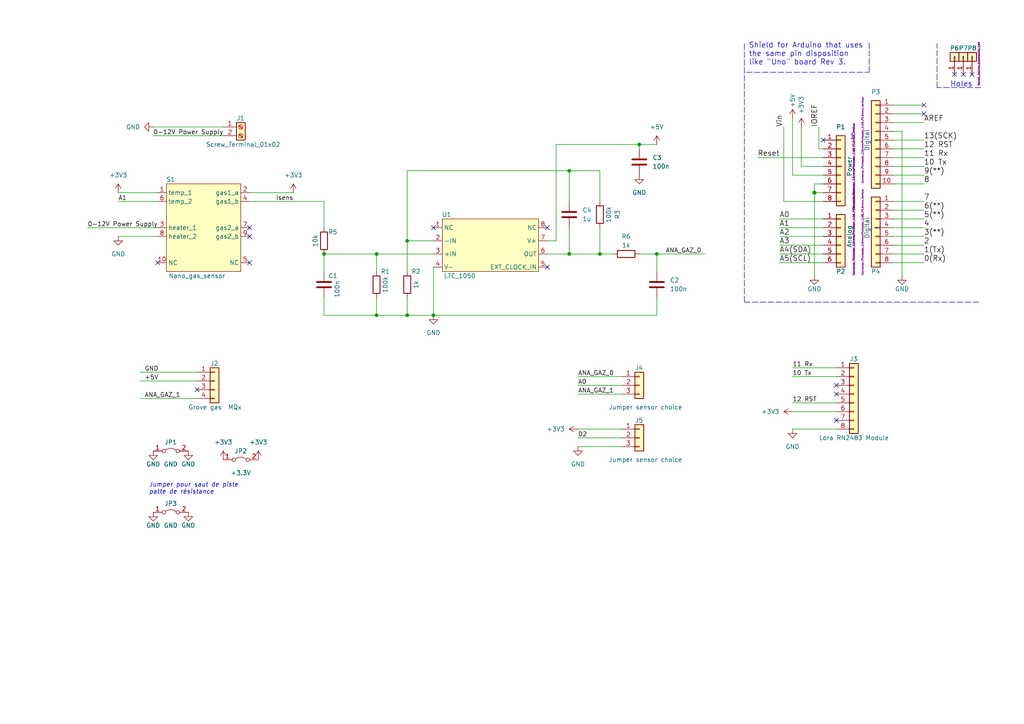
<source format=kicad_sch>
(kicad_sch (version 20210621) (generator eeschema)
  (paper "A4")
  (title_block (title "Shield Gas Sensor Lora Module") (date "01 Janvier 2022") (rev "1.0") (comment 1 "SAILLARD - GRAU") (comment 2 "5ISS 2021-22"))
  (lib_symbols
    (symbol "Connector:Screw_Terminal_01x02" (pin_names (offset 1.016) hide)
      (property "Reference" "J" (at 0 2.54 0))
      (property "Value" "Screw_Terminal_01x02" (at 0 -5.08 0))
      (symbol "Screw_Terminal_01x02_1_1"
        (rectangle (start -1.27 1.27) (end 1.27 -3.81) (stroke (width 0.254)) (fill (type background)))
        (circle (center 0 -2.54) (radius 0.635) (stroke (width 0.1524)))
        (polyline (pts (xy -0.5334 -2.2098) (xy 0.3302 -3.048)) (stroke (width 0.1524)))
        (polyline (pts (xy -0.5334 0.3302) (xy 0.3302 -0.508)) (stroke (width 0.1524)))
        (polyline (pts (xy -0.3556 -2.032) (xy 0.508 -2.8702)) (stroke (width 0.1524)))
        (polyline (pts (xy -0.3556 0.508) (xy 0.508 -0.3302)) (stroke (width 0.1524)))
        (circle (center 0 0) (radius 0.635) (stroke (width 0.1524)))
        (pin passive line (at -5.08 0 0) (length 3.81) (name "Pin_1") (number "1"))
        (pin passive line (at -5.08 -2.54 0) (length 3.81) (name "Pin_2") (number "2"))
      )
    )
    (symbol "Connector_Generic:Conn_01x01" (pin_names (offset 1.016) hide)
      (property "Reference" "J" (at 0 2.54 0))
      (property "Value" "Conn_01x01" (at 0 -2.54 0))
      (symbol "Conn_01x01_1_1"
        (rectangle (start -1.27 0.127) (end 0 -0.127) (stroke (width 0.1524)))
        (rectangle (start -1.27 1.27) (end 1.27 -1.27) (stroke (width 0.254)) (fill (type background)))
        (pin passive line (at -5.08 0 0) (length 3.81) (name "Pin_1") (number "1"))
      )
    )
    (symbol "Connector_Generic:Conn_01x03" (pin_names (offset 1.016) hide)
      (property "Reference" "J" (at 0 5.08 0))
      (property "Value" "Conn_01x03" (at 0 -5.08 0))
      (symbol "Conn_01x03_1_1"
        (rectangle (start -1.27 -2.413) (end 0 -2.667) (stroke (width 0.1524)))
        (rectangle (start -1.27 0.127) (end 0 -0.127) (stroke (width 0.1524)))
        (rectangle (start -1.27 2.667) (end 0 2.413) (stroke (width 0.1524)))
        (rectangle (start -1.27 3.81) (end 1.27 -3.81) (stroke (width 0.254)) (fill (type background)))
        (pin passive line (at -5.08 2.54 0) (length 3.81) (name "Pin_1") (number "1"))
        (pin passive line (at -5.08 0 0) (length 3.81) (name "Pin_2") (number "2"))
        (pin passive line (at -5.08 -2.54 0) (length 3.81) (name "Pin_3") (number "3"))
      )
    )
    (symbol "Connector_Generic:Conn_01x04" (pin_names (offset 1.016) hide)
      (property "Reference" "J" (at 0 5.08 0))
      (property "Value" "Conn_01x04" (at 0 -7.62 0))
      (symbol "Conn_01x04_1_1"
        (rectangle (start -1.27 -4.953) (end 0 -5.207) (stroke (width 0.1524)))
        (rectangle (start -1.27 -2.413) (end 0 -2.667) (stroke (width 0.1524)))
        (rectangle (start -1.27 0.127) (end 0 -0.127) (stroke (width 0.1524)))
        (rectangle (start -1.27 2.667) (end 0 2.413) (stroke (width 0.1524)))
        (rectangle (start -1.27 3.81) (end 1.27 -6.35) (stroke (width 0.254)) (fill (type background)))
        (pin passive line (at -5.08 2.54 0) (length 3.81) (name "Pin_1") (number "1"))
        (pin passive line (at -5.08 0 0) (length 3.81) (name "Pin_2") (number "2"))
        (pin passive line (at -5.08 -2.54 0) (length 3.81) (name "Pin_3") (number "3"))
        (pin passive line (at -5.08 -5.08 0) (length 3.81) (name "Pin_4") (number "4"))
      )
    )
    (symbol "Connector_Generic:Conn_01x06" (pin_names (offset 1.016) hide)
      (property "Reference" "J" (at 0 7.62 0))
      (property "Value" "Conn_01x06" (at 0 -10.16 0))
      (symbol "Conn_01x06_1_1"
        (rectangle (start -1.27 -7.493) (end 0 -7.747) (stroke (width 0.1524)))
        (rectangle (start -1.27 -4.953) (end 0 -5.207) (stroke (width 0.1524)))
        (rectangle (start -1.27 -2.413) (end 0 -2.667) (stroke (width 0.1524)))
        (rectangle (start -1.27 0.127) (end 0 -0.127) (stroke (width 0.1524)))
        (rectangle (start -1.27 2.667) (end 0 2.413) (stroke (width 0.1524)))
        (rectangle (start -1.27 5.207) (end 0 4.953) (stroke (width 0.1524)))
        (rectangle (start -1.27 6.35) (end 1.27 -8.89) (stroke (width 0.254)) (fill (type background)))
        (pin passive line (at -5.08 5.08 0) (length 3.81) (name "Pin_1") (number "1"))
        (pin passive line (at -5.08 2.54 0) (length 3.81) (name "Pin_2") (number "2"))
        (pin passive line (at -5.08 0 0) (length 3.81) (name "Pin_3") (number "3"))
        (pin passive line (at -5.08 -2.54 0) (length 3.81) (name "Pin_4") (number "4"))
        (pin passive line (at -5.08 -5.08 0) (length 3.81) (name "Pin_5") (number "5"))
        (pin passive line (at -5.08 -7.62 0) (length 3.81) (name "Pin_6") (number "6"))
      )
    )
    (symbol "Connector_Generic:Conn_01x08" (pin_names (offset 1.016) hide)
      (property "Reference" "J" (at 0 10.16 0))
      (property "Value" "Conn_01x08" (at 0 -12.7 0))
      (symbol "Conn_01x08_1_1"
        (rectangle (start -1.27 -10.033) (end 0 -10.287) (stroke (width 0.1524)))
        (rectangle (start -1.27 -7.493) (end 0 -7.747) (stroke (width 0.1524)))
        (rectangle (start -1.27 -4.953) (end 0 -5.207) (stroke (width 0.1524)))
        (rectangle (start -1.27 -2.413) (end 0 -2.667) (stroke (width 0.1524)))
        (rectangle (start -1.27 0.127) (end 0 -0.127) (stroke (width 0.1524)))
        (rectangle (start -1.27 2.667) (end 0 2.413) (stroke (width 0.1524)))
        (rectangle (start -1.27 5.207) (end 0 4.953) (stroke (width 0.1524)))
        (rectangle (start -1.27 7.747) (end 0 7.493) (stroke (width 0.1524)))
        (rectangle (start -1.27 8.89) (end 1.27 -11.43) (stroke (width 0.254)) (fill (type background)))
        (pin passive line (at -5.08 7.62 0) (length 3.81) (name "Pin_1") (number "1"))
        (pin passive line (at -5.08 5.08 0) (length 3.81) (name "Pin_2") (number "2"))
        (pin passive line (at -5.08 2.54 0) (length 3.81) (name "Pin_3") (number "3"))
        (pin passive line (at -5.08 0 0) (length 3.81) (name "Pin_4") (number "4"))
        (pin passive line (at -5.08 -2.54 0) (length 3.81) (name "Pin_5") (number "5"))
        (pin passive line (at -5.08 -5.08 0) (length 3.81) (name "Pin_6") (number "6"))
        (pin passive line (at -5.08 -7.62 0) (length 3.81) (name "Pin_7") (number "7"))
        (pin passive line (at -5.08 -10.16 0) (length 3.81) (name "Pin_8") (number "8"))
      )
    )
    (symbol "Connector_Generic:Conn_01x10" (pin_names (offset 1.016) hide)
      (property "Reference" "J" (at 0 12.7 0))
      (property "Value" "Conn_01x10" (at 0 -15.24 0))
      (symbol "Conn_01x10_1_1"
        (rectangle (start -1.27 -12.573) (end 0 -12.827) (stroke (width 0.1524)))
        (rectangle (start -1.27 -10.033) (end 0 -10.287) (stroke (width 0.1524)))
        (rectangle (start -1.27 -7.493) (end 0 -7.747) (stroke (width 0.1524)))
        (rectangle (start -1.27 -4.953) (end 0 -5.207) (stroke (width 0.1524)))
        (rectangle (start -1.27 -2.413) (end 0 -2.667) (stroke (width 0.1524)))
        (rectangle (start -1.27 0.127) (end 0 -0.127) (stroke (width 0.1524)))
        (rectangle (start -1.27 2.667) (end 0 2.413) (stroke (width 0.1524)))
        (rectangle (start -1.27 5.207) (end 0 4.953) (stroke (width 0.1524)))
        (rectangle (start -1.27 7.747) (end 0 7.493) (stroke (width 0.1524)))
        (rectangle (start -1.27 10.287) (end 0 10.033) (stroke (width 0.1524)))
        (rectangle (start -1.27 11.43) (end 1.27 -13.97) (stroke (width 0.254)) (fill (type background)))
        (pin passive line (at -5.08 10.16 0) (length 3.81) (name "Pin_1") (number "1"))
        (pin passive line (at -5.08 -12.7 0) (length 3.81) (name "Pin_10") (number "10"))
        (pin passive line (at -5.08 7.62 0) (length 3.81) (name "Pin_2") (number "2"))
        (pin passive line (at -5.08 5.08 0) (length 3.81) (name "Pin_3") (number "3"))
        (pin passive line (at -5.08 2.54 0) (length 3.81) (name "Pin_4") (number "4"))
        (pin passive line (at -5.08 0 0) (length 3.81) (name "Pin_5") (number "5"))
        (pin passive line (at -5.08 -2.54 0) (length 3.81) (name "Pin_6") (number "6"))
        (pin passive line (at -5.08 -5.08 0) (length 3.81) (name "Pin_7") (number "7"))
        (pin passive line (at -5.08 -7.62 0) (length 3.81) (name "Pin_8") (number "8"))
        (pin passive line (at -5.08 -10.16 0) (length 3.81) (name "Pin_9") (number "9"))
      )
    )
    (symbol "Device:C" (pin_numbers hide) (pin_names (offset 0.254))
      (property "Reference" "C" (at 0.635 2.54 0))
      (property "Value" "C" (at 0.635 -2.54 0))
      (symbol "C_0_1"
        (polyline (pts (xy -2.032 -0.762) (xy 2.032 -0.762)) (stroke (width 0.508)))
        (polyline (pts (xy -2.032 0.762) (xy 2.032 0.762)) (stroke (width 0.508)))
      )
      (symbol "C_1_1"
        (pin passive line (at 0 3.81 270) (length 2.794) (name "~") (number "1"))
        (pin passive line (at 0 -3.81 90) (length 2.794) (name "~") (number "2"))
      )
    )
    (symbol "Device:R" (pin_numbers hide) (pin_names (offset 0))
      (property "Reference" "R" (at 2.032 0 90))
      (property "Value" "R" (at 0 0 90))
      (symbol "R_0_1"
        (rectangle (start -1.016 -2.54) (end 1.016 2.54) (stroke (width 0.254)))
      )
      (symbol "R_1_1"
        (pin passive line (at 0 3.81 270) (length 1.27) (name "~") (number "1"))
        (pin passive line (at 0 -3.81 90) (length 1.27) (name "~") (number "2"))
      )
    )
    (symbol "Jumper:Jumper_2_Bridged" (pin_names (offset 0) hide)
      (property "Reference" "JP" (at 0 1.905 0))
      (property "Value" "Jumper_2_Bridged" (at 0 -2.54 0))
      (symbol "Jumper_2_Bridged_0_0"
        (circle (center -2.032 0) (radius 0.508))
        (circle (center 2.032 0) (radius 0.508))
      )
      (symbol "Jumper_2_Bridged_0_1"
        (arc (start 1.524 0.254) (mid 0 0.762) (end -1.524 0.254))
      )
      (symbol "Jumper_2_Bridged_1_1"
        (pin passive line (at -5.08 0 0) (length 2.54) (name "A") (number "1"))
        (pin passive line (at 5.08 0 180) (length 2.54) (name "B") (number "2"))
      )
    )
    (symbol "gas_sensor:LTC_1050"
      (property "Reference" "U" (at 0 1.27 0))
      (property "Value" "LTC_1050" (at 0 -1.27 0))
      (symbol "LTC_1050_0_1"
        (rectangle (start -13.97 -5.08) (end 13.97 -20.32) (stroke (width 0.1524)) (fill (type background)))
        (rectangle (start 10.16 -16.51) (end 10.16 -16.51) (stroke (width 0.1524)))
      )
      (symbol "LTC_1050_1_1"
        (pin passive line (at -16.51 -7.62 0) (length 2.54) (name "NC") (number "1"))
        (pin passive line (at -16.51 -11.43 0) (length 2.54) (name "-IN") (number "2"))
        (pin passive line (at -16.51 -15.24 0) (length 2.54) (name "+IN") (number "3"))
        (pin passive line (at -16.51 -19.05 0) (length 2.54) (name "V-") (number "4"))
        (pin passive line (at 16.51 -19.05 180) (length 2.54) (name "EXT_CLOCK_IN") (number "5"))
        (pin passive line (at 16.51 -15.24 180) (length 2.54) (name "OUT") (number "6"))
        (pin passive line (at 16.51 -11.43 180) (length 2.54) (name "V+") (number "7"))
        (pin passive line (at 16.51 -7.62 180) (length 2.54) (name "NC") (number "8"))
      )
    )
    (symbol "gas_sensor:my_gas_sensor"
      (property "Reference" "S" (at 2.54 8.89 0))
      (property "Value" "my_gas_sensor" (at 2.54 11.43 0))
      (symbol "my_gas_sensor_0_1"
        (rectangle (start -7.62 7.62) (end 13.97 -17.78) (stroke (width 0.1524)) (fill (type background)))
      )
      (symbol "my_gas_sensor_1_1"
        (pin passive line (at -10.16 5.08 0) (length 2.54) (name "temp_1") (number "1"))
        (pin passive line (at -10.16 -15.24 0) (length 2.54) (name "NC") (number "10"))
        (pin passive line (at 16.51 5.08 180) (length 2.54) (name "gas1_a") (number "2"))
        (pin passive line (at -10.16 -5.08 0) (length 2.54) (name "heater_1") (number "3"))
        (pin passive line (at 16.51 2.54 180) (length 2.54) (name "gas1_b") (number "4"))
        (pin passive line (at 16.51 -15.24 180) (length 2.54) (name "NC") (number "5"))
        (pin passive line (at -10.16 2.54 0) (length 2.54) (name "temp_2") (number "6"))
        (pin passive line (at 16.51 -5.08 180) (length 2.54) (name "gas2_a") (number "7"))
        (pin passive line (at -10.16 -7.62 0) (length 2.54) (name "heater_2") (number "8"))
        (pin passive line (at 16.51 -7.62 180) (length 2.54) (name "gas2_b") (number "9"))
      )
    )
    (symbol "power:+3.3V" (power) (pin_names (offset 0))
      (property "Value" "+3.3V" (at 0 3.556 0))
      (symbol "+3.3V_0_1"
        (polyline (pts (xy -0.762 1.27) (xy 0 2.54)))
        (polyline (pts (xy 0 0) (xy 0 2.54)))
        (polyline (pts (xy 0 2.54) (xy 0.762 1.27)))
      )
      (symbol "+3.3V_1_1"
        (pin power_in line (at 0 0 90) (length 0) hide (name "+3V3") (number "1"))
      )
    )
    (symbol "power:+5V" (power) (pin_names (offset 0))
      (property "Value" "+5V" (at 0 3.556 0))
      (symbol "+5V_0_1"
        (polyline (pts (xy -0.762 1.27) (xy 0 2.54)))
        (polyline (pts (xy 0 0) (xy 0 2.54)))
        (polyline (pts (xy 0 2.54) (xy 0.762 1.27)))
      )
      (symbol "+5V_1_1"
        (pin power_in line (at 0 0 90) (length 0) hide (name "+5V") (number "1"))
      )
    )
    (symbol "power:GND" (power) (pin_names (offset 0))
      (property "Value" "GND" (at 0 -3.81 0))
      (symbol "GND_0_1"
        (polyline (pts (xy 0 0) (xy 0 -1.27) (xy 1.27 -1.27) (xy 0 -2.54) (xy -1.27 -1.27) (xy 0 -1.27)))
      )
      (symbol "GND_1_1"
        (pin power_in line (at 0 0 270) (length 0) hide (name "GND") (number "1"))
      )
    )
  )
  (junction (at 109.22 73.66))
  (junction (at 173.99 73.66))
  (junction (at 93.98 73.66))
  (junction (at 125.73 91.44))
  (junction (at 109.22 91.44))
  (junction (at 185.42 41.91))
  (junction (at 118.11 91.44))
  (junction (at 118.11 69.85))
  (junction (at 165.1 73.66))
  (junction (at 190.5 73.66))
  (junction (at 236.22 55.88) (diameter 1.016))
  (junction (at 165.1 49.53))
  (no_connect (at 279.4 21.59))
  (no_connect (at 276.86 21.59))
  (no_connect (at 267.97 30.48))
  (no_connect (at 267.97 33.02))
  (no_connect (at 242.57 121.92))
  (no_connect (at 281.94 21.59))
  (no_connect (at 125.73 66.04))
  (no_connect (at 158.75 66.04))
  (no_connect (at 158.75 77.47))
  (no_connect (at 238.76 40.64))
  (no_connect (at 57.15 113.03))
  (no_connect (at 72.39 68.58))
  (no_connect (at 72.39 76.2))
  (no_connect (at 45.72 76.2))
  (no_connect (at 72.39 66.04))
  (no_connect (at 242.57 114.3))
  (no_connect (at 242.57 111.76))
  (wire (pts (xy 109.22 73.66) (xy 125.73 73.66)))
  (wire (pts (xy 109.22 73.66) (xy 109.22 78.74)))
  (wire (pts (xy 238.76 48.26) (xy 232.41 48.26)))
  (wire (pts (xy 238.76 71.12) (xy 226.06 71.12)))
  (polyline (pts (xy 252.095 20.955) (xy 252.095 12.065)) (stroke (width 0) (type dash)))
  (wire (pts (xy 109.22 86.36) (xy 109.22 91.44)))
  (wire (pts (xy 125.73 77.47) (xy 125.73 91.44)))
  (wire (pts (xy 259.08 63.5) (xy 267.97 63.5)))
  (wire (pts (xy 190.5 78.74) (xy 190.5 73.66)))
  (wire (pts (xy 185.42 73.66) (xy 190.5 73.66)))
  (wire (pts (xy 109.22 91.44) (xy 118.11 91.44)))
  (wire (pts (xy 118.11 91.44) (xy 125.73 91.44)))
  (wire (pts (xy 165.1 66.04) (xy 165.1 73.66)))
  (wire (pts (xy 118.11 86.36) (xy 118.11 91.44)))
  (wire (pts (xy 236.22 53.34) (xy 236.22 55.88)))
  (wire (pts (xy 72.39 55.88) (xy 85.09 55.88)))
  (wire (pts (xy 259.08 43.18) (xy 267.97 43.18)))
  (wire (pts (xy 261.62 38.1) (xy 261.62 80.01)))
  (wire (pts (xy 93.98 58.42) (xy 93.98 66.04)))
  (wire (pts (xy 238.76 53.34) (xy 236.22 53.34)))
  (wire (pts (xy 158.75 73.66) (xy 165.1 73.66)))
  (wire (pts (xy 165.1 73.66) (xy 173.99 73.66)))
  (wire (pts (xy 173.99 73.66) (xy 177.8 73.66)))
  (wire (pts (xy 167.64 111.76) (xy 180.34 111.76)))
  (wire (pts (xy 259.08 53.34) (xy 267.97 53.34)))
  (wire (pts (xy 237.49 43.18) (xy 238.76 43.18)))
  (wire (pts (xy 238.76 50.8) (xy 229.87 50.8)))
  (wire (pts (xy 93.98 73.66) (xy 109.22 73.66)))
  (wire (pts (xy 40.64 115.57) (xy 57.15 115.57)))
  (wire (pts (xy 229.87 109.22) (xy 242.57 109.22)))
  (wire (pts (xy 165.1 49.53) (xy 165.1 58.42)))
  (wire (pts (xy 185.42 41.91) (xy 185.42 43.18)))
  (wire (pts (xy 118.11 78.74) (xy 118.11 69.85)))
  (wire (pts (xy 118.11 69.85) (xy 125.73 69.85)))
  (wire (pts (xy 34.29 55.88) (xy 45.72 55.88)))
  (wire (pts (xy 259.08 40.64) (xy 267.97 40.64)))
  (wire (pts (xy 259.08 58.42) (xy 267.97 58.42)))
  (wire (pts (xy 238.76 66.04) (xy 226.06 66.04)))
  (wire (pts (xy 259.08 30.48) (xy 267.97 30.48)))
  (wire (pts (xy 25.4 66.04) (xy 45.72 66.04)))
  (wire (pts (xy 259.08 71.12) (xy 267.97 71.12)))
  (wire (pts (xy 167.64 114.3) (xy 180.34 114.3)))
  (wire (pts (xy 72.39 58.42) (xy 93.98 58.42)))
  (wire (pts (xy 238.76 58.42) (xy 227.33 58.42)))
  (wire (pts (xy 44.45 39.37) (xy 64.77 39.37)))
  (wire (pts (xy 167.64 127) (xy 180.34 127)))
  (wire (pts (xy 229.87 124.46) (xy 242.57 124.46)))
  (wire (pts (xy 173.99 66.04) (xy 173.99 73.66)))
  (wire (pts (xy 34.29 68.58) (xy 45.72 68.58)))
  (wire (pts (xy 229.87 116.84) (xy 242.57 116.84)))
  (wire (pts (xy 238.76 63.5) (xy 226.06 63.5)))
  (wire (pts (xy 259.08 45.72) (xy 267.97 45.72)))
  (wire (pts (xy 238.76 73.66) (xy 226.06 73.66)))
  (wire (pts (xy 40.64 110.49) (xy 57.15 110.49)))
  (polyline (pts (xy 284.48 25.4) (xy 271.78 25.4)) (stroke (width 0) (type dash)))
  (wire (pts (xy 238.76 45.72) (xy 219.71 45.72)))
  (wire (pts (xy 259.08 38.1) (xy 261.62 38.1)))
  (wire (pts (xy 238.76 55.88) (xy 236.22 55.88)))
  (wire (pts (xy 259.08 50.8) (xy 267.97 50.8)))
  (wire (pts (xy 34.29 58.42) (xy 45.72 58.42)))
  (wire (pts (xy 167.64 124.46) (xy 180.34 124.46)))
  (wire (pts (xy 236.22 55.88) (xy 236.22 80.01)))
  (wire (pts (xy 229.87 106.68) (xy 242.57 106.68)))
  (wire (pts (xy 227.33 58.42) (xy 227.33 36.83)))
  (wire (pts (xy 93.98 73.66) (xy 93.98 78.74)))
  (wire (pts (xy 44.45 36.83) (xy 64.77 36.83)))
  (polyline (pts (xy 215.9 87.63) (xy 284.48 87.63)) (stroke (width 0) (type dash)))
  (wire (pts (xy 259.08 68.58) (xy 267.97 68.58)))
  (wire (pts (xy 238.76 76.2) (xy 226.06 76.2)))
  (wire (pts (xy 259.08 73.66) (xy 267.97 73.66)))
  (polyline (pts (xy 271.78 25.4) (xy 271.78 12.7)) (stroke (width 0) (type dash)))
  (wire (pts (xy 93.98 91.44) (xy 109.22 91.44)))
  (wire (pts (xy 259.08 60.96) (xy 267.97 60.96)))
  (wire (pts (xy 40.64 107.95) (xy 57.15 107.95)))
  (wire (pts (xy 229.87 50.8) (xy 229.87 34.29)))
  (wire (pts (xy 229.87 119.38) (xy 242.57 119.38)))
  (wire (pts (xy 118.11 49.53) (xy 118.11 69.85)))
  (wire (pts (xy 173.99 58.42) (xy 173.99 49.53)))
  (wire (pts (xy 173.99 49.53) (xy 165.1 49.53)))
  (wire (pts (xy 165.1 49.53) (xy 118.11 49.53)))
  (wire (pts (xy 259.08 33.02) (xy 267.97 33.02)))
  (wire (pts (xy 190.5 73.66) (xy 204.47 73.66)))
  (wire (pts (xy 259.08 66.04) (xy 267.97 66.04)))
  (wire (pts (xy 259.08 35.56) (xy 267.97 35.56)))
  (polyline (pts (xy 215.9 12.7) (xy 215.9 87.63)) (stroke (width 0) (type dash)))
  (wire (pts (xy 167.64 129.54) (xy 180.34 129.54)))
  (wire (pts (xy 232.41 48.26) (xy 232.41 36.83)))
  (wire (pts (xy 237.49 36.83) (xy 237.49 43.18)))
  (wire (pts (xy 259.08 76.2) (xy 267.97 76.2)))
  (wire (pts (xy 259.08 48.26) (xy 267.97 48.26)))
  (wire (pts (xy 190.5 91.44) (xy 190.5 86.36)))
  (wire (pts (xy 125.73 91.44) (xy 190.5 91.44)))
  (wire (pts (xy 167.64 109.22) (xy 180.34 109.22)))
  (wire (pts (xy 93.98 91.44) (xy 93.98 86.36)))
  (wire (pts (xy 161.29 41.91) (xy 185.42 41.91)))
  (wire (pts (xy 158.75 69.85) (xy 161.29 69.85)))
  (wire (pts (xy 185.42 41.91) (xy 190.5 41.91)))
  (wire (pts (xy 161.29 69.85) (xy 161.29 41.91)))
  (wire (pts (xy 238.76 68.58) (xy 226.06 68.58)))
  (polyline (pts (xy 216.535 20.955) (xy 252.095 20.955)) (stroke (width 0) (type dash)))
  (text "Jumper pour saut de piste\npatte de résistance\n" (at 43.18 143.51 0) (effects (font (size 1.27 1.27) italic) (justify left bottom)))
  (text "Holes" (at 275.59 25.4 0) (effects (font (size 1.524 1.524)) (justify left bottom)))
  (text "Shield for Arduino that uses\nthe same pin disposition\nlike \"Uno\" board Rev 3." (at 217.17 19.05 0) (effects (font (size 1.524 1.524)) (justify left bottom)))
  (text "1" (at 246.38 40.64 0) (effects (font (size 1.524 1.524)) (justify left bottom)))
  (label "Vin" (at 227.33 36.83 90) (effects (font (size 1.524 1.524))))
  (label "A1" (at 34.29 58.42 0))
  (label "0(Rx)" (at 267.97 76.2 0) (effects (font (size 1.524 1.524))))
  (label "A4(SDA)" (at 226.06 73.66 0) (effects (font (size 1.524 1.524))))
  (label "ANA_GAZ_1" (at 167.64 114.3 0))
  (label "Isens" (at 80.01 58.42 0))
  (label "0-12V Power Supply" (at 44.45 39.37 0))
  (label "4" (at 267.97 66.04 0) (effects (font (size 1.524 1.524))))
  (label "5(**)" (at 267.97 63.5 0) (effects (font (size 1.524 1.524))))
  (label "A2" (at 226.06 68.58 0) (effects (font (size 1.524 1.524))))
  (label "A5(SCL)" (at 226.06 76.2 0) (effects (font (size 1.524 1.524))))
  (label "A0" (at 226.06 63.5 0) (effects (font (size 1.524 1.524))))
  (label "ANA_GAZ_1" (at 41.91 115.57 0))
  (label "A1" (at 226.06 66.04 0) (effects (font (size 1.524 1.524))))
  (label "10 Tx " (at 229.87 109.22 0))
  (label "+5V" (at 41.91 110.49 0))
  (label "10 Tx " (at 267.97 48.26 0) (effects (font (size 1.524 1.524))))
  (label "GND" (at 41.91 107.95 0))
  (label "13(SCK)" (at 267.97 40.64 0) (effects (font (size 1.524 1.524))))
  (label "ANA_GAZ_0" (at 167.64 109.22 0))
  (label "D2" (at 167.64 127 0))
  (label "ANA_GAZ_0" (at 193.04 73.66 0))
  (label "7" (at 267.97 58.42 0) (effects (font (size 1.524 1.524))))
  (label "A3" (at 226.06 71.12 0) (effects (font (size 1.524 1.524))))
  (label "Reset" (at 219.71 45.72 0) (effects (font (size 1.524 1.524))))
  (label "2" (at 267.97 71.12 0) (effects (font (size 1.524 1.524))))
  (label "12 RST" (at 267.97 43.18 0) (effects (font (size 1.524 1.524))))
  (label "3(**)" (at 267.97 68.58 0) (effects (font (size 1.524 1.524))))
  (label "9(**)" (at 267.97 50.8 0) (effects (font (size 1.524 1.524))))
  (label "0-12V Power Supply" (at 25.4 66.04 0))
  (label "A0" (at 167.64 111.76 0))
  (label "8" (at 267.97 53.34 0) (effects (font (size 1.524 1.524))))
  (label "11 Rx" (at 229.87 106.68 0))
  (label "IOREF" (at 237.49 36.83 90) (effects (font (size 1.524 1.524))))
  (label "AREF" (at 267.97 35.56 0) (effects (font (size 1.524 1.524))))
  (label "12 RST" (at 229.87 116.84 0))
  (label "11 Rx" (at 267.97 45.72 0) (effects (font (size 1.524 1.524))))
  (label "1(Tx)" (at 267.97 73.66 0) (effects (font (size 1.524 1.524))))
  (label "6(**)" (at 267.97 60.96 0) (effects (font (size 1.524 1.524))))
  (symbol (lib_id "Connector_Generic:Conn_01x08") (at 243.84 48.26 0) (unit 1)
    (property "Reference" "P1" (at 243.84 36.83 0))
    (property "Value" "Power" (at 246.38 48.26 90))
    (property "Footprint" "Connector_PinHeader_2.54mm:PinHeader_1x08_P2.54mm_Vertical" (at 247.65 48.26 90) (effects (font (size 0.508 0.508))))
    (property "Datasheet" "~" (at 243.84 48.26 0))
  )
  (symbol (lib_id "power:+3.3V") (at 232.41 36.83 0) (unit 1)
    (property "Reference" "#PWR01" (effects hide))
    (property "Value" "+3.3V" (at 232.41 30.48 90))
  )
  (symbol (lib_id "power:+5V") (at 229.87 34.29 0) (unit 1)
    (property "Reference" "#PWR02" (effects hide))
    (property "Value" "+5V" (at 229.87 29.21 90))
  )
  (symbol (lib_id "power:GND") (at 236.22 80.01 0) (unit 1)
    (property "Reference" "#PWR03" (effects hide))
    (property "Value" "GND" (at 236.22 83.82 0))
  )
  (symbol (lib_id "power:GND") (at 261.62 80.01 0) (unit 1)
    (property "Reference" "#PWR04" (effects hide))
    (property "Value" "GND" (at 261.62 83.82 0))
  )
  (symbol (lib_id "Connector_Generic:Conn_01x06") (at 243.84 68.58 0) (unit 1)
    (property "Reference" "P2" (at 243.84 78.74 0))
    (property "Value" "Analog" (at 246.38 68.58 90))
    (property "Footprint" "Connector_PinHeader_2.54mm:PinHeader_1x06_P2.54mm_Vertical" (at 247.65 67.31 90) (effects (font (size 0.508 0.508))))
    (property "Datasheet" "~" (at 243.84 68.58 0))
  )
  (symbol (lib_id "Connector_Generic:Conn_01x01") (at 276.86 16.51 90) (unit 1)
    (property "Reference" "P6" (at 276.86 13.97 90))
    (property "Value" "CONN_01X01" (effects hide))
    (property "Footprint" "Socket_Arduino_Uno:Arduino_1pin" (effects hide))
    (property "Datasheet" "~" (at 276.86 16.51 0))
  )
  (symbol (lib_id "Connector_Generic:Conn_01x01") (at 279.4 16.51 90) (unit 1)
    (property "Reference" "P7" (at 279.4 13.97 90))
    (property "Value" "CONN_01X01" (effects hide))
    (property "Footprint" "Socket_Arduino_Uno:Arduino_1pin" (effects hide))
    (property "Datasheet" "~" (at 279.4 16.51 0))
  )
  (symbol (lib_id "Connector_Generic:Conn_01x01") (at 281.94 16.51 90) (unit 1)
    (property "Reference" "P8" (at 281.94 13.97 90))
    (property "Value" "CONN_01X01" (effects hide))
    (property "Footprint" "Socket_Arduino_Uno:Arduino_1pin" (at 283.9212 18.4404 0) (effects (font (size 0.508 0.508))))
    (property "Datasheet" "~" (at 281.94 16.51 0))
  )
  (symbol (lib_id "Connector_Generic:Conn_01x08") (at 254 66.04 0) (mirror y) (unit 1)
    (property "Reference" "P4" (at 254 78.74 0))
    (property "Value" "Digital" (at 251.46 66.04 90))
    (property "Footprint" "Connector_PinHeader_2.54mm:PinHeader_1x08_P2.54mm_Vertical" (at 250.19 67.31 90) (effects (font (size 0.508 0.508))))
    (property "Datasheet" "~" (at 254 66.04 0))
  )
  (symbol (lib_id "Connector_Generic:Conn_01x10") (at 254 40.64 0) (mirror y) (unit 1)
    (property "Reference" "P3" (at 254 26.67 0))
    (property "Value" "Digital" (at 251.46 40.64 90))
    (property "Footprint" "Connector_PinHeader_2.54mm:PinHeader_1x10_P2.54mm_Vertical" (at 250.19 40.64 90) (effects (font (size 0.508 0.508))))
    (property "Datasheet" "~" (at 254 40.64 0))
  )
  (symbol (lib_id "gas_sensor:LTC_1050") (at 142.24 58.42 0) (unit 1)
    (property "Reference" "U1" (at 129.54 62.23 0))
    (property "Value" "LTC_1050" (at 133.35 80.01 0))
    (property "Footprint" "Package_DIP:DIP-8_W7.62mm_Socket" (effects hide))
  )
  (symbol (lib_id "power:GND") (at 44.45 148.59 0) (unit 1)
    (property "Reference" "#PWR0116" (effects hide))
    (property "Value" "GND" (at 44.45 152.4 0))
  )
  (symbol (lib_id "Device:R") (at 181.61 73.66 270) (unit 1)
    (property "Reference" "R6" (at 181.61 68.58 90))
    (property "Value" "1k" (at 181.61 71.12 90))
    (property "Footprint" "Resistor_SMD:R_1206_3216Metric_Pad1.30x1.75mm_HandSolder" (effects hide))
  )
  (symbol (lib_id "power:+3.3V") (at 85.09 55.88 0) (unit 1)
    (property "Reference" "#PWR0104" (effects hide))
    (property "Value" "+3.3V" (at 85.09 50.8 0))
  )
  (symbol (lib_id "power:+5V") (at 190.5 41.91 0) (unit 1)
    (property "Reference" "#PWR0101" (effects hide))
    (property "Value" "+5V" (at 190.5 36.83 0))
  )
  (symbol (lib_id "Device:R") (at 173.99 62.23 180) (unit 1)
    (property "Reference" "R3" (at 179.07 62.23 90))
    (property "Value" "100k" (at 176.53 62.23 90))
    (property "Footprint" "Resistor_SMD:R_1206_3216Metric_Pad1.30x1.75mm_HandSolder" (effects hide))
  )
  (symbol (lib_id "power:GND") (at 44.45 36.83 270) (unit 1)
    (property "Reference" "#PWR0106" (effects hide))
    (property "Value" "GND" (at 40.64 36.8299 90) (effects (justify right)))
  )
  (symbol (lib_id "power:GND") (at 54.61 130.81 0) (unit 1)
    (property "Reference" "#PWR0112" (effects hide))
    (property "Value" "GND" (at 54.61 134.62 0))
  )
  (symbol (lib_id "Jumper:Jumper_2_Bridged") (at 69.85 133.35 0) (unit 1)
    (property "Reference" "JP2" (at 69.85 130.81 0))
    (property "Value" "+3.3V" (at 69.85 137.16 0))
    (property "Footprint" "Resistor_THT:R_Axial_DIN0204_L3.6mm_D1.6mm_P5.08mm_Horizontal" (effects hide))
  )
  (symbol (lib_id "power:GND") (at 185.42 50.8 0) (unit 1)
    (property "Reference" "#PWR0102" (effects hide))
    (property "Value" "GND" (at 185.42 55.88 0))
  )
  (symbol (lib_id "gas_sensor:my_gas_sensor") (at 55.88 60.96 0) (unit 1)
    (property "Reference" "S1" (at 49.53 52.07 0))
    (property "Value" "Nano_gas_sensor" (at 57.15 80.01 0))
    (property "Footprint" "Package_TO_SOT_THT:TO-5-10" (effects hide))
  )
  (symbol (lib_id "Connector_Generic:Conn_01x03") (at 185.42 127 0) (unit 1)
    (property "Reference" "J5" (at 184.15 121.92 0) (effects (justify left)))
    (property "Value" "Jumper sensor choice" (at 176.53 133.35 0) (effects (justify left)))
    (property "Footprint" "Connector_PinHeader_2.54mm:PinHeader_1x03_P2.54mm_Vertical" (effects hide))
  )
  (symbol (lib_id "power:+3.3V") (at 167.64 124.46 90) (unit 1)
    (property "Reference" "#PWR0110" (effects hide))
    (property "Value" "+3.3V" (at 163.83 124.4599 90) (effects (justify left)))
  )
  (symbol (lib_id "Device:R") (at 118.11 82.55 180) (unit 1)
    (property "Reference" "R2" (at 120.65 78.74 0))
    (property "Value" "1k" (at 120.65 82.55 90))
    (property "Footprint" "Resistor_SMD:R_1206_3216Metric_Pad1.30x1.75mm_HandSolder" (effects hide))
  )
  (symbol (lib_id "power:+3.3V") (at 229.87 119.38 90) (unit 1)
    (property "Reference" "#PWR0109" (effects hide))
    (property "Value" "+3.3V" (at 226.06 119.3799 90) (effects (justify left)))
  )
  (symbol (lib_id "power:GND") (at 34.29 68.58 0) (unit 1)
    (property "Reference" "#PWR0105" (effects hide))
    (property "Value" "GND" (at 34.29 73.66 0))
  )
  (symbol (lib_id "Connector_Generic:Conn_01x08") (at 247.65 114.3 0) (unit 1)
    (property "Reference" "J3" (at 246.38 104.14 0) (effects (justify left)))
    (property "Value" "Lora RN2483 Module" (at 237.49 127 0) (effects (justify left)))
    (property "Footprint" "gas_sensor_footprint:Lora Module RN2483 socket" (effects hide))
  )
  (symbol (lib_id "Jumper:Jumper_2_Bridged") (at 49.53 148.59 0) (unit 1)
    (property "Reference" "JP3" (at 49.53 146.05 0))
    (property "Value" "GND" (at 49.53 152.4 0))
    (property "Footprint" "Resistor_THT:R_Axial_DIN0204_L3.6mm_D1.6mm_P5.08mm_Horizontal" (effects hide))
  )
  (symbol (lib_id "power:+3.3V") (at 74.93 133.35 0) (unit 1)
    (property "Reference" "#PWR0115" (effects hide))
    (property "Value" "+3.3V" (at 74.93 128.27 0))
  )
  (symbol (lib_id "power:GND") (at 229.87 124.46 0) (unit 1)
    (property "Reference" "#PWR0108" (effects hide))
    (property "Value" "GND" (at 229.87 129.54 0))
  )
  (symbol (lib_id "Device:C") (at 190.5 82.55 0) (unit 1)
    (property "Reference" "C2" (at 194.31 81.2799 0) (effects (justify left)))
    (property "Value" "100n" (at 194.31 83.8199 0) (effects (justify left)))
    (property "Footprint" "Capacitor_SMD:C_1206_3216Metric_Pad1.33x1.80mm_HandSolder" (effects hide))
  )
  (symbol (lib_id "Device:R") (at 109.22 82.55 180) (unit 1)
    (property "Reference" "R1" (at 111.76 78.74 0))
    (property "Value" "100k" (at 111.76 82.55 90))
    (property "Footprint" "Resistor_SMD:R_1206_3216Metric_Pad1.30x1.75mm_HandSolder" (effects hide))
  )
  (symbol (lib_id "Device:C") (at 93.98 82.55 0) (unit 1)
    (property "Reference" "C1" (at 95.25 80.01 0) (effects (justify left)))
    (property "Value" "100n" (at 97.79 86.36 90) (effects (justify left)))
    (property "Footprint" "Capacitor_SMD:C_1206_3216Metric_Pad1.33x1.80mm_HandSolder" (effects hide))
  )
  (symbol (lib_id "power:+3.3V") (at 34.29 55.88 0) (unit 1)
    (property "Reference" "#PWR0107" (effects hide))
    (property "Value" "+3.3V" (at 34.29 50.8 0))
  )
  (symbol (lib_id "power:+3.3V") (at 64.77 133.35 0) (unit 1)
    (property "Reference" "#PWR0114" (effects hide))
    (property "Value" "+3.3V" (at 64.77 128.27 0))
  )
  (symbol (lib_id "power:GND") (at 54.61 148.59 0) (unit 1)
    (property "Reference" "#PWR0117" (effects hide))
    (property "Value" "GND" (at 54.61 152.4 0))
  )
  (symbol (lib_id "Device:C") (at 165.1 62.23 0) (unit 1)
    (property "Reference" "C4" (at 168.91 60.9599 0) (effects (justify left)))
    (property "Value" "1u" (at 168.91 63.4999 0) (effects (justify left)))
    (property "Footprint" "Capacitor_SMD:C_1206_3216Metric_Pad1.33x1.80mm_HandSolder" (effects hide))
  )
  (symbol (lib_id "power:GND") (at 125.73 91.44 0) (unit 1)
    (property "Reference" "#PWR0103" (effects hide))
    (property "Value" "GND" (at 125.73 96.52 0))
  )
  (symbol (lib_id "Device:C") (at 185.42 46.99 0) (unit 1)
    (property "Reference" "C3" (at 189.23 45.7199 0) (effects (justify left)))
    (property "Value" "100n" (at 189.23 48.2599 0) (effects (justify left)))
    (property "Footprint" "Capacitor_SMD:C_1206_3216Metric_Pad1.33x1.80mm_HandSolder" (effects hide))
  )
  (symbol (lib_id "Connector:Screw_Terminal_01x02") (at 69.85 36.83 0) (unit 1)
    (property "Reference" "J1" (at 68.58 34.29 0) (effects (justify left)))
    (property "Value" "Screw_Terminal_01x02" (at 59.69 41.91 0) (effects (justify left)))
    (property "Footprint" "TerminalBlock_Phoenix:TerminalBlock_Phoenix_MPT-0,5-2-2.54_1x02_P2.54mm_Horizontal" (effects hide))
  )
  (symbol (lib_id "Connector_Generic:Conn_01x04") (at 62.23 110.49 0) (unit 1)
    (property "Reference" "J2" (at 60.96 105.41 0) (effects (justify left)))
    (property "Value" "Grove gas  MQx" (at 54.61 118.11 0) (effects (justify left)))
    (property "Footprint" "Connector:NS-Tech_Grove_1x04_P2mm_Vertical" (effects hide))
  )
  (symbol (lib_id "Jumper:Jumper_2_Bridged") (at 49.53 130.81 0) (unit 1)
    (property "Reference" "JP1" (at 49.53 128.27 0))
    (property "Value" "GND" (at 49.53 134.62 0))
    (property "Footprint" "Resistor_THT:R_Axial_DIN0204_L3.6mm_D1.6mm_P5.08mm_Horizontal" (effects hide))
  )
  (symbol (lib_id "Connector_Generic:Conn_01x03") (at 185.42 111.76 0) (unit 1)
    (property "Reference" "J4" (at 184.15 106.68 0) (effects (justify left)))
    (property "Value" "Jumper sensor choice" (at 176.53 118.11 0) (effects (justify left)))
    (property "Footprint" "Connector_PinHeader_2.54mm:PinHeader_1x03_P2.54mm_Vertical" (effects hide))
  )
  (symbol (lib_id "power:GND") (at 167.64 129.54 0) (unit 1)
    (property "Reference" "#PWR0111" (effects hide))
    (property "Value" "GND" (at 167.64 134.62 0))
  )
  (symbol (lib_id "Device:R") (at 93.98 69.85 0) (unit 1)
    (property "Reference" "R5" (at 96.52 67.31 0))
    (property "Value" "10k" (at 91.44 69.85 90))
    (property "Footprint" "Resistor_SMD:R_1206_3216Metric_Pad1.30x1.75mm_HandSolder" (effects hide))
  )
  (symbol (lib_id "power:GND") (at 44.45 130.81 0) (unit 1)
    (property "Reference" "#PWR0113" (effects hide))
    (property "Value" "GND" (at 44.45 134.62 0))
  )
)
</source>
